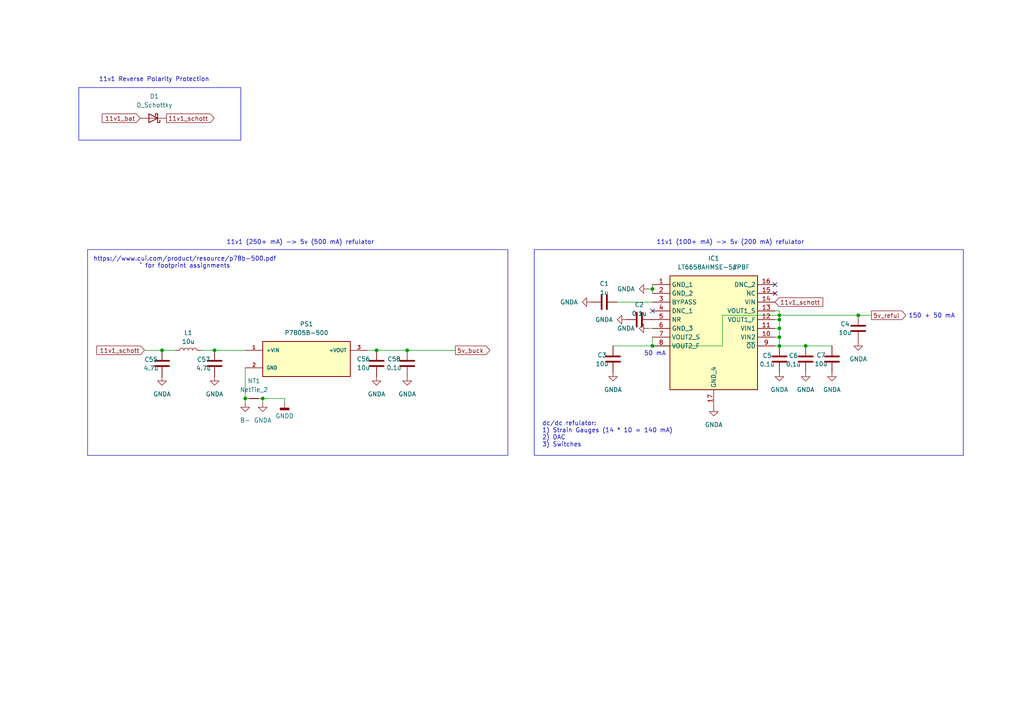
<source format=kicad_sch>
(kicad_sch (version 20231120) (generator "eeschema") (generator_version "8.0")
  (paper "A4")
  (lib_symbols
    (symbol "21xt_symbols:LT6658AHMSE-5#PBF"
      (property "Reference" "IC" (at 31.75 7.62 0))
      (property "Value" "LT6658AHMSE-5#PBF" (at 31.75 5.08 0))
      (symbol "LT6658AHMSE-5#PBF_1_1"
        (rectangle (start 5.08 2.54) (end 30.48 -30.48) (stroke (width 0.254)) (fill (type background)))
        (pin passive line (at 0 0 0) (length 5.08) (name "GND_1") (number "1"))
        (pin passive line (at 35.56 -15.24 180) (length 5.08) (name "VIN2") (number "10"))
        (pin passive line (at 35.56 -12.7 180) (length 5.08) (name "VIN1") (number "11"))
        (pin passive line (at 35.56 -10.16 180) (length 5.08) (name "VOUT1_F") (number "12"))
        (pin passive line (at 35.56 -7.62 180) (length 5.08) (name "VOUT1_S") (number "13"))
        (pin passive line (at 35.56 -5.08 180) (length 5.08) (name "VIN") (number "14"))
        (pin no_connect line (at 35.56 -2.54 180) (length 5.08) (name "NC") (number "15"))
        (pin passive line (at 35.56 0 180) (length 5.08) (name "DNC_2") (number "16"))
        (pin passive line (at 17.78 -35.56 90) (length 5.08) (name "GND_4") (number "17"))
        (pin passive line (at 0 -2.54 0) (length 5.08) (name "GND_2") (number "2"))
        (pin passive line (at 0 -5.08 0) (length 5.08) (name "BYPASS") (number "3"))
        (pin passive line (at 0 -7.62 0) (length 5.08) (name "DNC_1") (number "4"))
        (pin passive line (at 0 -10.16 0) (length 5.08) (name "NR") (number "5"))
        (pin passive line (at 0 -12.7 0) (length 5.08) (name "GND_3") (number "6"))
        (pin passive line (at 0 -15.24 0) (length 5.08) (name "VOUT2_S") (number "7"))
        (pin passive line (at 0 -17.78 0) (length 5.08) (name "VOUT2_F") (number "8"))
        (pin passive line (at 35.56 -17.78 180) (length 5.08) (name "~{OD}") (number "9"))
      )
    )
    (symbol "21xt_symbols:P7805B-500" (pin_names (offset 1.016))
      (property "Reference" "PS" (at -12.7 5.842 0))
      (property "Value" "P7805B-500" (at -12.7 -7.366 0))
      (symbol "P7805B-500_0_0"
        (rectangle (start -12.7 5.08) (end 12.7 -5.08) (stroke (width 0.254)) (fill (type background)))
        (pin input line (at -17.78 2.54 0) (length 5.08) (name "+VIN") (number "1"))
        (pin power_in line (at -17.78 -2.54 0) (length 5.08) (name "GND") (number "2"))
        (pin output line (at 17.78 2.54 180) (length 5.08) (name "+VOUT") (number "3"))
      )
    )
    (symbol "Device:C" (pin_numbers hide) (pin_names (offset 0.254))
      (property "Reference" "C" (at 0.635 2.54 0))
      (property "Value" "C" (at 0.635 -2.54 0))
      (symbol "C_0_1"
        (polyline (pts (xy -2.032 -0.762) (xy 2.032 -0.762)) (stroke (width 0.508)))
        (polyline (pts (xy -2.032 0.762) (xy 2.032 0.762)) (stroke (width 0.508)))
      )
      (symbol "C_1_1"
        (pin passive line (at 0 3.81 270) (length 2.794) (name "~") (number "1"))
        (pin passive line (at 0 -3.81 90) (length 2.794) (name "~") (number "2"))
      )
    )
    (symbol "Device:D_Schottky" (pin_numbers hide) (pin_names (offset 1.016) hide)
      (property "Reference" "D" (at 0 2.54 0))
      (property "Value" "D_Schottky" (at 0 -2.54 0))
      (symbol "D_Schottky_0_1"
        (polyline (pts (xy 1.27 0) (xy -1.27 0)))
        (polyline (pts (xy 1.27 1.27) (xy 1.27 -1.27) (xy -1.27 0) (xy 1.27 1.27)) (stroke (width 0.254)))
        (polyline (pts (xy -1.905 0.635) (xy -1.905 1.27) (xy -1.27 1.27) (xy -1.27 -1.27) (xy -0.635 -1.27) (xy -0.635 -0.635)) (stroke (width 0.254)))
      )
      (symbol "D_Schottky_1_1"
        (pin passive line (at -3.81 0 0) (length 2.54) (name "K") (number "1"))
        (pin passive line (at 3.81 0 180) (length 2.54) (name "A") (number "2"))
      )
    )
    (symbol "Device:L" (pin_numbers hide) (pin_names (offset 1.016) hide)
      (property "Reference" "L" (at -1.27 0 90))
      (property "Value" "L" (at 1.905 0 90))
      (symbol "L_0_1"
        (arc (start 0 -2.54) (mid 0.6323 -1.905) (end 0 -1.27))
        (arc (start 0 -1.27) (mid 0.6323 -0.635) (end 0 0))
        (arc (start 0 0) (mid 0.6323 0.635) (end 0 1.27))
        (arc (start 0 1.27) (mid 0.6323 1.905) (end 0 2.54))
      )
      (symbol "L_1_1"
        (pin passive line (at 0 3.81 270) (length 1.27) (name "1") (number "1"))
        (pin passive line (at 0 -3.81 90) (length 1.27) (name "2") (number "2"))
      )
    )
    (symbol "Device:NetTie_2" (pin_numbers hide) (pin_names (offset 0) hide) (in_bom no)
      (property "Reference" "NT" (at 0 1.27 0))
      (property "Value" "NetTie_2" (at 0 -1.27 0))
      (symbol "NetTie_2_0_1"
        (polyline (pts (xy -1.27 0) (xy 1.27 0)) (stroke (width 0.254)))
      )
      (symbol "NetTie_2_1_1"
        (pin passive line (at -2.54 0 0) (length 2.54) (name "1") (number "1"))
        (pin passive line (at 2.54 0 180) (length 2.54) (name "2") (number "2"))
      )
    )
    (symbol "power:GND" (power) (pin_numbers hide) (pin_names (offset 0) hide)
      (property "Value" "GND" (at 0 -3.81 0))
      (symbol "GND_0_1"
        (polyline (pts (xy 0 0) (xy 0 -1.27) (xy 1.27 -1.27) (xy 0 -2.54) (xy -1.27 -1.27) (xy 0 -1.27)))
      )
      (symbol "GND_1_1"
        (pin power_in line (at 0 0 270) (length 0) (name "~") (number "1"))
      )
    )
    (symbol "power:GNDA" (power) (pin_numbers hide) (pin_names (offset 0) hide)
      (property "Value" "GNDA" (at 0 -3.81 0))
      (symbol "GNDA_0_1"
        (polyline (pts (xy 0 0) (xy 0 -1.27) (xy 1.27 -1.27) (xy 0 -2.54) (xy -1.27 -1.27) (xy 0 -1.27)))
      )
      (symbol "GNDA_1_1"
        (pin power_in line (at 0 0 270) (length 0) (name "~") (number "1"))
      )
    )
    (symbol "power:GNDD" (power) (pin_numbers hide) (pin_names (offset 0) hide)
      (property "Value" "GNDD" (at 0 -3.175 0))
      (symbol "GNDD_0_1"
        (rectangle (start -1.27 -1.524) (end 1.27 -2.032) (stroke (width 0.254)) (fill (type outline)))
        (polyline (pts (xy 0 0) (xy 0 -1.524)))
      )
      (symbol "GNDD_1_1"
        (pin power_in line (at 0 0 270) (length 0) (name "~") (number "1"))
      )
    )
  )
  (junction (at 71.12 115.57))
  (junction (at 189.23 83.82))
  (junction (at 233.68 100.33))
  (junction (at 226.06 92.71))
  (junction (at 46.99 101.6))
  (junction (at 62.23 101.6))
  (junction (at 226.06 91.44))
  (junction (at 189.23 100.33))
  (junction (at 226.06 100.33))
  (junction (at 226.06 97.79))
  (junction (at 109.22 101.6))
  (junction (at 76.2 115.57))
  (junction (at 118.11 101.6))
  (junction (at 226.06 95.25))
  (junction (at 248.92 91.44))
  (no_connect (at 224.79 82.55))
  (no_connect (at 189.23 90.17))
  (no_connect (at 224.79 85.09))
  (wire (pts (xy 226.06 100.33) (xy 224.79 100.33)))
  (wire (pts (xy 226.06 97.79) (xy 226.06 100.33)))
  (wire (pts (xy 71.12 115.57) (xy 71.12 106.68)))
  (wire (pts (xy 177.8 100.33) (xy 189.23 100.33)))
  (wire (pts (xy 226.06 90.17) (xy 226.06 91.44)))
  (wire (pts (xy 226.06 92.71) (xy 226.06 95.25)))
  (wire (pts (xy 106.68 101.6) (xy 109.22 101.6)))
  (wire (pts (xy 109.22 101.6) (xy 118.11 101.6)))
  (wire (pts (xy 189.23 82.55) (xy 189.23 83.82)))
  (wire (pts (xy 71.12 116.84) (xy 71.12 115.57)))
  (wire (pts (xy 189.23 97.79) (xy 189.23 100.33)))
  (wire (pts (xy 226.06 91.44) (xy 248.92 91.44)))
  (wire (pts (xy 41.91 101.6) (xy 46.99 101.6)))
  (wire (pts (xy 189.23 83.82) (xy 189.23 85.09)))
  (wire (pts (xy 248.92 91.44) (xy 252.73 91.44)))
  (wire (pts (xy 179.07 87.63) (xy 189.23 87.63)))
  (wire (pts (xy 187.96 95.25) (xy 189.23 95.25)))
  (wire (pts (xy 46.99 101.6) (xy 50.8 101.6)))
  (wire (pts (xy 226.06 92.71) (xy 224.79 92.71)))
  (wire (pts (xy 62.23 101.6) (xy 71.12 101.6)))
  (wire (pts (xy 226.06 91.44) (xy 226.06 92.71)))
  (wire (pts (xy 209.55 91.44) (xy 226.06 91.44)))
  (wire (pts (xy 187.96 83.82) (xy 189.23 83.82)))
  (wire (pts (xy 226.06 95.25) (xy 226.06 97.79)))
  (wire (pts (xy 189.23 100.33) (xy 209.55 100.33)))
  (wire (pts (xy 233.68 100.33) (xy 241.3 100.33)))
  (wire (pts (xy 58.42 101.6) (xy 62.23 101.6)))
  (wire (pts (xy 226.06 97.79) (xy 224.79 97.79)))
  (wire (pts (xy 76.2 115.57) (xy 76.2 116.84)))
  (wire (pts (xy 209.55 100.33) (xy 209.55 91.44)))
  (wire (pts (xy 226.06 95.25) (xy 224.79 95.25)))
  (wire (pts (xy 226.06 100.33) (xy 233.68 100.33)))
  (wire (pts (xy 226.06 90.17) (xy 224.79 90.17)))
  (wire (pts (xy 118.11 101.6) (xy 132.08 101.6)))
  (wire (pts (xy 82.55 116.84) (xy 82.55 115.57)))
  (wire (pts (xy 76.2 115.57) (xy 82.55 115.57)))
  (rectangle (start 25.4 72.39) (end 147.32 132.08))
  (rectangle (start 22.86 25.4) (end 69.85 40.64))
  (rectangle (start 154.94 72.39) (end 279.4 132.08))
  (text "11v1 Reverse Polarity Protection" (at 44.704 23.114 0) (effects (font (size 1.27 1.27))))
  (text "50 mA" (at 189.992 102.616 0) (effects (font (size 1.27 1.27))))
  (text "11v1 (250+ mA) -> 5v (500 mA) refulator" (at 87.122 70.358 0) (effects (font (size 1.27 1.27))))
  (text "11v1 (100+ mA) -> 5v (200 mA) refulator" (at 211.836 70.358 0) (effects (font (size 1.27 1.27))))
  (text "https://www.cui.com/product/resource/p78b-500.pdf\n^ for footprint assignments" (at 53.594 76.2 0) (effects (font (size 1.27 1.27))))
  (text "150 + 50 mA" (at 270.256 91.694 0) (effects (font (size 1.27 1.27))))
  (text "dc/dc refulator:\n1) Strain Gauges (14 * 10 = 140 mA)\n2) DAC\n3) Switches" (at 157.226 125.984 0) (effects (font (size 1.27 1.27)) (justify left)))
  (global_label "5v_reful" (shape output) (at 252.73 91.44 0) (property "Intersheetrefs" "${INTERSHEET_REFS}" (effects (hide yes))))
  (global_label "5v_buck" (shape output) (at 132.08 101.6 0) (property "Intersheetrefs" "${INTERSHEET_REFS}" (effects (hide yes))))
  (global_label "11v1_schott" (shape output) (at 48.26 34.29 0) (property "Intersheetrefs" "${INTERSHEET_REFS}" (effects (hide yes))))
  (global_label "11v1_schott" (shape input) (at 41.91 101.6 180) (property "Intersheetrefs" "${INTERSHEET_REFS}" (effects (hide yes))))
  (global_label "11v1_schott" (shape input) (at 224.79 87.63 0) (property "Intersheetrefs" "${INTERSHEET_REFS}" (effects (hide yes))))
  (global_label "11v1_bat" (shape input) (at 40.64 34.29 180) (property "Intersheetrefs" "${INTERSHEET_REFS}" (effects (hide yes))))
  (symbol (lib_id "power:GNDA") (at 62.23 109.22 0) (unit 1)
    (property "Reference" "#PWR0117" (effects (hide yes)))
    (property "Value" "GNDA" (at 62.23 114.3 0))
    (property "Description" "Power symbol creates a global label with name \"GNDA\" , analog ground" (effects (hide yes)))
  )
  (symbol (lib_id "power:GNDD") (at 82.55 116.84 0) (unit 1)
    (property "Reference" "#PWR0111" (effects (hide yes)))
    (property "Value" "GNDD" (at 82.55 120.65 0))
    (property "Description" "Power symbol creates a global label with name \"GNDD\" , digital ground" (effects (hide yes)))
  )
  (symbol (lib_id "Device:NetTie_2") (at 73.66 115.57 180) (unit 1) (in_bom no)
    (property "Reference" "NT1" (at 73.66 110.49 0))
    (property "Value" "NetTie_2" (at 73.66 113.03 0))
    (property "Description" "Net tie, 2 pins" (effects (hide yes)))
  )
  (symbol (lib_id "21xt_symbols:LT6658AHMSE-5#PBF") (at 189.23 82.55 0) (unit 1)
    (property "Reference" "IC1" (at 207.01 74.93 0))
    (property "Value" "LT6658AHMSE-5#PBF" (at 207.01 77.47 0))
    (property "Footprint" "21xt_footprints:LT6658AHMSE-2.5-PBF" (effects (hide yes)))
    (property "Datasheet" "https://www.analog.com/media/en/technical-documentation/data-sheets/lt6658.pdf" (effects (hide yes)))
    (property "Description" "5v refulator for Aux" (effects (hide yes)))
    (property "Height" "1.1" (effects (hide yes)))
    (property "Mouser Part Number" "584-LT6658AHMSE5PBF" (effects (hide yes)))
    (property "Mouser Price/Stock" "https://www.mouser.co.uk/ProductDetail/Analog-Devices/LT6658AHMSE-5PBF?qs=W0yvOO0ixfFdSUQ4xUcBUw%3D%3D" (effects (hide yes)))
    (property "Manufacturer_Name" "Analog Devices" (effects (hide yes)))
    (property "Manufacturer_Part_Number" "LT6658AHMSE-5#PBF" (effects (hide yes)))
  )
  (symbol (lib_id "power:GNDA") (at 177.8 107.95 0) (unit 1)
    (property "Reference" "#PWR05" (effects (hide yes)))
    (property "Value" "GNDA" (at 177.8 113.03 0))
    (property "Description" "Power symbol creates a global label with name \"GNDA\" , analog ground" (effects (hide yes)))
  )
  (symbol (lib_id "power:GNDA") (at 207.01 118.11 0) (unit 1)
    (property "Reference" "#PWR011" (effects (hide yes)))
    (property "Value" "GNDA" (at 207.01 123.19 0))
    (property "Description" "Power symbol creates a global label with name \"GNDA\" , analog ground" (effects (hide yes)))
  )
  (symbol (lib_id "Device:D_Schottky") (at 44.45 34.29 180) (unit 1)
    (property "Reference" "D1" (at 44.7675 27.94 0))
    (property "Value" "D_Schottky" (at 44.7675 30.48 0))
    (property "Description" "Schottky diode" (effects (hide yes)))
  )
  (symbol (lib_id "Device:C") (at 241.3 104.14 180) (unit 1)
    (property "Reference" "C7" (at 238.125 102.997 0))
    (property "Value" "10u" (at 238.125 105.537 0))
    (property "Description" "Unpolarized capacitor" (effects (hide yes)))
  )
  (symbol (lib_id "power:GNDA") (at 181.61 92.71 270) (unit 1)
    (property "Reference" "#PWR04" (effects (hide yes)))
    (property "Value" "GNDA" (at 177.8 92.7099 90) (effects (justify right)))
    (property "Description" "Power symbol creates a global label with name \"GNDA\" , analog ground" (effects (hide yes)))
  )
  (symbol (lib_id "power:GNDA") (at 109.22 109.22 0) (unit 1)
    (property "Reference" "#PWR0116" (effects (hide yes)))
    (property "Value" "GNDA" (at 109.22 114.3 0))
    (property "Description" "Power symbol creates a global label with name \"GNDA\" , analog ground" (effects (hide yes)))
  )
  (symbol (lib_id "Device:C") (at 62.23 105.41 180) (unit 1)
    (property "Reference" "C57" (at 59.055 104.267 0))
    (property "Value" "4.7u" (at 59.055 106.807 0))
    (property "Description" "Unpolarized capacitor" (effects (hide yes)))
  )
  (symbol (lib_id "power:GNDA") (at 233.68 107.95 0) (unit 1)
    (property "Reference" "#PWR09" (effects (hide yes)))
    (property "Value" "GNDA" (at 233.68 113.03 0))
    (property "Description" "Power symbol creates a global label with name \"GNDA\" , analog ground" (effects (hide yes)))
  )
  (symbol (lib_id "Device:C") (at 226.06 104.14 180) (unit 1)
    (property "Reference" "C5" (at 222.504 103.124 0))
    (property "Value" "0.1u" (at 222.504 105.664 0))
    (property "Description" "Unpolarized capacitor" (effects (hide yes)))
  )
  (symbol (lib_id "power:GNDA") (at 241.3 107.95 0) (unit 1)
    (property "Reference" "#PWR010" (effects (hide yes)))
    (property "Value" "GNDA" (at 241.3 113.03 0))
    (property "Description" "Power symbol creates a global label with name \"GNDA\" , analog ground" (effects (hide yes)))
  )
  (symbol (lib_id "power:GNDA") (at 171.45 87.63 270) (unit 1)
    (property "Reference" "#PWR03" (effects (hide yes)))
    (property "Value" "GNDA" (at 167.64 87.6299 90) (effects (justify right)))
    (property "Description" "Power symbol creates a global label with name \"GNDA\" , analog ground" (effects (hide yes)))
  )
  (symbol (lib_id "power:GNDA") (at 226.06 107.95 0) (unit 1)
    (property "Reference" "#PWR08" (effects (hide yes)))
    (property "Value" "GNDA" (at 226.06 113.03 0))
    (property "Description" "Power symbol creates a global label with name \"GNDA\" , analog ground" (effects (hide yes)))
  )
  (symbol (lib_id "Device:C") (at 177.8 104.14 180) (unit 1)
    (property "Reference" "C3" (at 174.625 102.997 0))
    (property "Value" "10u" (at 174.625 105.537 0))
    (property "Description" "Unpolarized capacitor" (effects (hide yes)))
  )
  (symbol (lib_id "Device:C") (at 118.11 105.41 180) (unit 1)
    (property "Reference" "C58" (at 114.3 104.14 0))
    (property "Value" "0.1u" (at 114.3 106.68 0))
    (property "Description" "Unpolarized capacitor" (effects (hide yes)))
  )
  (symbol (lib_id "Device:C") (at 233.68 104.14 180) (unit 1)
    (property "Reference" "C6" (at 230.124 103.124 0))
    (property "Value" "0.1u" (at 230.124 105.664 0))
    (property "Description" "Unpolarized capacitor" (effects (hide yes)))
  )
  (symbol (lib_id "Device:L") (at 54.61 101.6 90) (unit 1)
    (property "Reference" "L1" (at 54.61 96.52 90))
    (property "Value" "10u" (at 54.61 99.06 90))
    (property "Description" "Inductor" (effects (hide yes)))
  )
  (symbol (lib_id "Device:C") (at 248.92 95.25 180) (unit 1)
    (property "Reference" "C4" (at 245.11 93.98 0))
    (property "Value" "10u" (at 245.11 96.52 0))
    (property "Description" "Unpolarized capacitor" (effects (hide yes)))
  )
  (symbol (lib_id "21xt_symbols:P7805B-500") (at 88.9 104.14 0) (unit 1)
    (property "Reference" "PS1" (at 88.9 93.98 0))
    (property "Value" "P7805B-500" (at 88.9 96.52 0))
    (property "Footprint" "21xt_footprints:CONV_P7805B-500" (effects (hide yes)))
    (property "MP" "P7805B-500" (effects (hide yes)))
    (property "Description_1" "\n                        \n                            5 Vdc, 0.5 A, 2.5 W, 6.5 ~ 36 Vdc Input Range\n                        \n" (effects (hide yes)))
  )
  (symbol (lib_id "Device:C") (at 109.22 105.41 180) (unit 1)
    (property "Reference" "C56" (at 105.41 104.14 0))
    (property "Value" "10u" (at 105.41 106.68 0))
    (property "Description" "Unpolarized capacitor" (effects (hide yes)))
  )
  (symbol (lib_id "power:GNDA") (at 187.96 95.25 270) (unit 1)
    (property "Reference" "#PWR06" (effects (hide yes)))
    (property "Value" "GNDA" (at 184.15 95.2499 90) (effects (justify right)))
    (property "Description" "Power symbol creates a global label with name \"GNDA\" , analog ground" (effects (hide yes)))
  )
  (symbol (lib_id "Device:C") (at 175.26 87.63 90) (unit 1)
    (property "Reference" "C1" (at 175.26 82.296 90))
    (property "Value" "1u" (at 175.26 84.836 90))
    (property "Description" "Unpolarized capacitor" (effects (hide yes)))
  )
  (symbol (lib_id "power:GNDA") (at 46.99 109.22 0) (unit 1)
    (property "Reference" "#PWR0115" (effects (hide yes)))
    (property "Value" "GNDA" (at 46.99 114.3 0))
    (property "Description" "Power symbol creates a global label with name \"GNDA\" , analog ground" (effects (hide yes)))
  )
  (symbol (lib_id "Device:C") (at 185.42 92.71 90) (unit 1)
    (property "Reference" "C2" (at 185.42 88.392 90))
    (property "Value" "0.1u" (at 185.42 90.932 90))
    (property "Description" "Unpolarized capacitor" (effects (hide yes)))
  )
  (symbol (lib_id "power:GND") (at 71.12 116.84 0) (unit 1)
    (property "Reference" "#PWR0109" (effects (hide yes)))
    (property "Value" "B-" (at 71.12 121.92 0))
    (property "Description" "Power symbol creates a global label with name \"GND\" , ground" (effects (hide yes)))
  )
  (symbol (lib_id "power:GNDA") (at 248.92 99.06 0) (unit 1)
    (property "Reference" "#PWR07" (effects (hide yes)))
    (property "Value" "GNDA" (at 248.92 104.14 0))
    (property "Description" "Power symbol creates a global label with name \"GNDA\" , analog ground" (effects (hide yes)))
  )
  (symbol (lib_id "power:GNDA") (at 76.2 116.84 0) (unit 1)
    (property "Reference" "#PWR0110" (effects (hide yes)))
    (property "Value" "GNDA" (at 76.2 121.92 0))
    (property "Description" "Power symbol creates a global label with name \"GNDA\" , analog ground" (effects (hide yes)))
  )
  (symbol (lib_id "power:GNDA") (at 187.96 83.82 270) (unit 1)
    (property "Reference" "#PWR02" (effects (hide yes)))
    (property "Value" "GNDA" (at 184.15 83.8199 90) (effects (justify right)))
    (property "Description" "Power symbol creates a global label with name \"GNDA\" , analog ground" (effects (hide yes)))
  )
  (symbol (lib_id "power:GNDA") (at 118.11 109.22 0) (unit 1)
    (property "Reference" "#PWR0118" (effects (hide yes)))
    (property "Value" "GNDA" (at 118.11 114.3 0))
    (property "Description" "Power symbol creates a global label with name \"GNDA\" , analog ground" (effects (hide yes)))
  )
  (symbol (lib_id "Device:C") (at 46.99 105.41 180) (unit 1)
    (property "Reference" "C55" (at 43.815 104.267 0))
    (property "Value" "4.7u" (at 43.815 106.807 0))
    (property "Description" "Unpolarized capacitor" (effects (hide yes)))
  )
)
</source>
